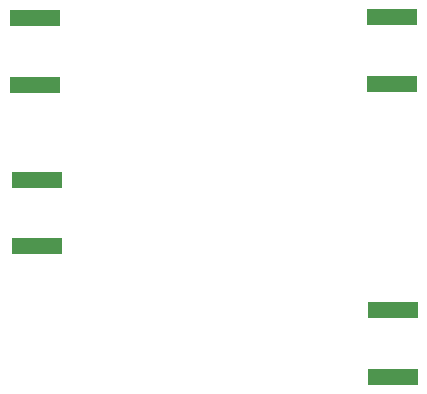
<source format=gbp>
G04 #@! TF.GenerationSoftware,KiCad,Pcbnew,(6.0.9)*
G04 #@! TF.CreationDate,2022-12-23T15:52:53-08:00*
G04 #@! TF.ProjectId,pdm_mic_brd,70646d5f-6d69-4635-9f62-72642e6b6963,rev?*
G04 #@! TF.SameCoordinates,Original*
G04 #@! TF.FileFunction,Paste,Bot*
G04 #@! TF.FilePolarity,Positive*
%FSLAX46Y46*%
G04 Gerber Fmt 4.6, Leading zero omitted, Abs format (unit mm)*
G04 Created by KiCad (PCBNEW (6.0.9)) date 2022-12-23 15:52:53*
%MOMM*%
%LPD*%
G01*
G04 APERTURE LIST*
%ADD10R,4.200000X1.350000*%
G04 APERTURE END LIST*
D10*
X138438500Y-48962000D03*
X138438500Y-43312000D03*
X108378000Y-62748000D03*
X108378000Y-57098000D03*
X138508000Y-68117000D03*
X138508000Y-73767000D03*
X108222000Y-49091000D03*
X108222000Y-43441000D03*
M02*

</source>
